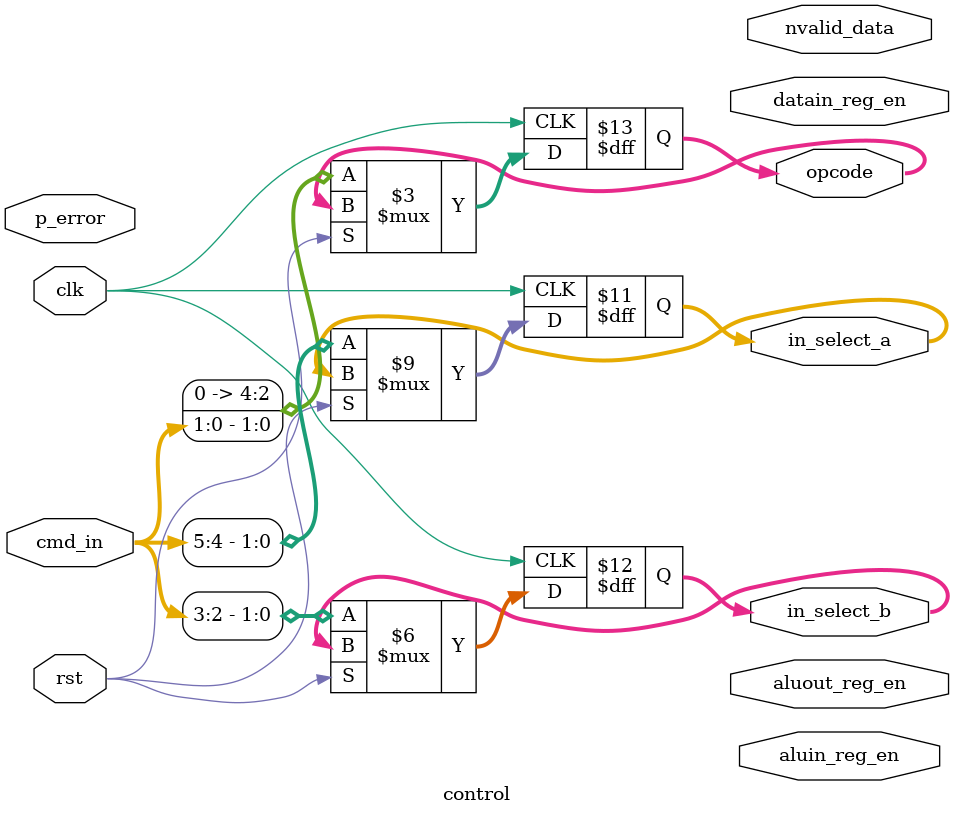
<source format=v>
module control (
    input wire  [0:0]  clk,
    input wire  [0:0]  rst,
    input wire  [5:0]  cmd_in,
    input wire  [0:0]  p_error,
    output reg  [0:0]  aluin_reg_en,
    output reg  [0:0]  datain_reg_en,
    output reg  [0:0]  aluout_reg_en,
    output reg  [0:0]  nvalid_data,
    output wire [1:0]  in_select_a,
    output wire [1:0]  in_select_b,
    output reg  [4:0]  opcode
);

    always @(posedge clk) begin
        if (rst) begin
            //
        end
        else begin
            // Se selecciona la entrada del multiplexor a
            in_select_a = cmd_in[5:4];
            // Se selecciona la entrada del multiplexor b
            in_select_b = cmd_in[3:2];
            // Se selecciona la operacion de la ALU
            opcode = { 2'b00, cmd_in[1:0] };
        end
    end

endmodule
</source>
